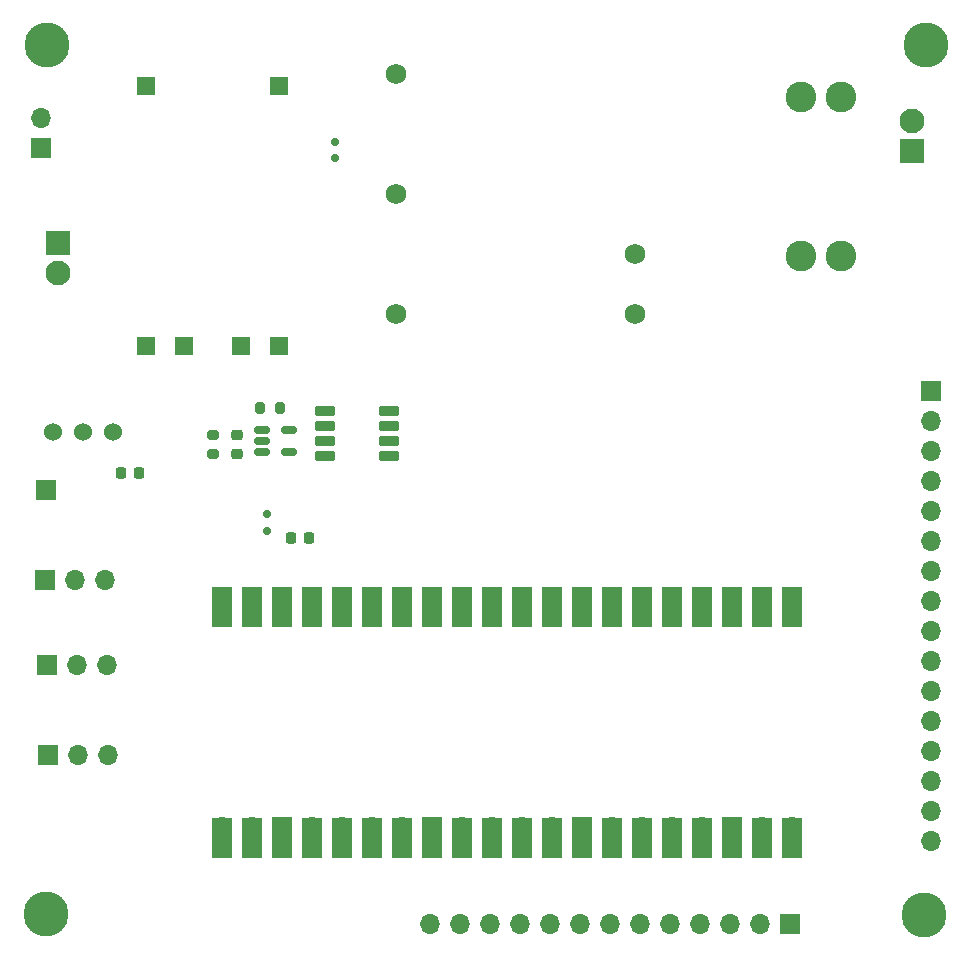
<source format=gbr>
%TF.GenerationSoftware,KiCad,Pcbnew,(7.0.0)*%
%TF.CreationDate,2023-11-14T13:40:17+01:00*%
%TF.ProjectId,PCB-light-challenge,5043422d-6c69-4676-9874-2d6368616c6c,rev?*%
%TF.SameCoordinates,Original*%
%TF.FileFunction,Soldermask,Top*%
%TF.FilePolarity,Negative*%
%FSLAX46Y46*%
G04 Gerber Fmt 4.6, Leading zero omitted, Abs format (unit mm)*
G04 Created by KiCad (PCBNEW (7.0.0)) date 2023-11-14 13:40:17*
%MOMM*%
%LPD*%
G01*
G04 APERTURE LIST*
G04 Aperture macros list*
%AMRoundRect*
0 Rectangle with rounded corners*
0 $1 Rounding radius*
0 $2 $3 $4 $5 $6 $7 $8 $9 X,Y pos of 4 corners*
0 Add a 4 corners polygon primitive as box body*
4,1,4,$2,$3,$4,$5,$6,$7,$8,$9,$2,$3,0*
0 Add four circle primitives for the rounded corners*
1,1,$1+$1,$2,$3*
1,1,$1+$1,$4,$5*
1,1,$1+$1,$6,$7*
1,1,$1+$1,$8,$9*
0 Add four rect primitives between the rounded corners*
20,1,$1+$1,$2,$3,$4,$5,0*
20,1,$1+$1,$4,$5,$6,$7,0*
20,1,$1+$1,$6,$7,$8,$9,0*
20,1,$1+$1,$8,$9,$2,$3,0*%
G04 Aperture macros list end*
%ADD10C,1.524000*%
%ADD11RoundRect,0.150000X-0.512500X-0.150000X0.512500X-0.150000X0.512500X0.150000X-0.512500X0.150000X0*%
%ADD12C,3.800000*%
%ADD13R,2.100000X2.100000*%
%ADD14C,2.100000*%
%ADD15C,2.604000*%
%ADD16RoundRect,0.225000X-0.250000X0.225000X-0.250000X-0.225000X0.250000X-0.225000X0.250000X0.225000X0*%
%ADD17R,1.700000X1.700000*%
%ADD18RoundRect,0.225000X-0.225000X-0.250000X0.225000X-0.250000X0.225000X0.250000X-0.225000X0.250000X0*%
%ADD19C,1.750000*%
%ADD20R,1.524000X1.524000*%
%ADD21O,1.700000X1.700000*%
%ADD22R,1.700000X3.500000*%
%ADD23RoundRect,0.150000X-0.200000X0.150000X-0.200000X-0.150000X0.200000X-0.150000X0.200000X0.150000X0*%
%ADD24RoundRect,0.200000X0.275000X-0.200000X0.275000X0.200000X-0.275000X0.200000X-0.275000X-0.200000X0*%
%ADD25RoundRect,0.150000X0.200000X-0.150000X0.200000X0.150000X-0.200000X0.150000X-0.200000X-0.150000X0*%
%ADD26RoundRect,0.200000X0.200000X0.275000X-0.200000X0.275000X-0.200000X-0.275000X0.200000X-0.275000X0*%
%ADD27RoundRect,0.125600X-0.741400X-0.271400X0.741400X-0.271400X0.741400X0.271400X-0.741400X0.271400X0*%
%ADD28RoundRect,0.125600X0.741400X0.271400X-0.741400X0.271400X-0.741400X-0.271400X0.741400X-0.271400X0*%
G04 APERTURE END LIST*
D10*
%TO.C,U4*%
X175750000Y-108560000D03*
X178290000Y-108560000D03*
X180830000Y-108560000D03*
%TD*%
D11*
%TO.C,U2*%
X193470000Y-108385000D03*
X193470000Y-109335000D03*
X193470000Y-110285000D03*
X195745000Y-110285000D03*
X195745000Y-108385000D03*
%TD*%
D12*
%TO.C,H1*%
X175240000Y-75830000D03*
%TD*%
D13*
%TO.C,230VAC1*%
X248499999Y-84839999D03*
D14*
X248500000Y-82300000D03*
%TD*%
D15*
%TO.C,F1*%
X239090000Y-93665000D03*
X242490000Y-93665000D03*
X239090000Y-80195000D03*
X242490000Y-80195000D03*
%TD*%
D16*
%TO.C,C1*%
X191300000Y-108875000D03*
X191300000Y-110425000D03*
%TD*%
D17*
%TO.C,3V3*%
X175149999Y-113479999D03*
%TD*%
D18*
%TO.C,C5*%
X195890000Y-117570000D03*
X197440000Y-117570000D03*
%TD*%
D12*
%TO.C,H3*%
X249670000Y-75840000D03*
%TD*%
D19*
%TO.C,PS1*%
X225060000Y-98640000D03*
X225060000Y-93560000D03*
X204760000Y-78320000D03*
X204760000Y-88480000D03*
X204760000Y-98640000D03*
%TD*%
D13*
%TO.C,Batterij1*%
X176199999Y-92589999D03*
D14*
X176200000Y-95130000D03*
%TD*%
D18*
%TO.C,C2*%
X181490000Y-112100000D03*
X183040000Y-112100000D03*
%TD*%
D20*
%TO.C,U1*%
X183629999Y-101309999D03*
X194879999Y-101309999D03*
X186879999Y-101309999D03*
X191629999Y-101309999D03*
X183629999Y-79309999D03*
X194879999Y-79309999D03*
%TD*%
D17*
%TO.C,PIR_sens1*%
X175209999Y-128319999D03*
D21*
X177749999Y-128319999D03*
X180289999Y-128319999D03*
%TD*%
D17*
%TO.C,J1*%
X250069999Y-105129999D03*
D21*
X250069999Y-107669999D03*
X250069999Y-110209999D03*
X250069999Y-112749999D03*
X250069999Y-115289999D03*
X250069999Y-117829999D03*
X250069999Y-120369999D03*
X250069999Y-122909999D03*
X250069999Y-125449999D03*
X250069999Y-127989999D03*
X250069999Y-130529999D03*
X250069999Y-133069999D03*
X250069999Y-135609999D03*
X250069999Y-138149999D03*
X250069999Y-140689999D03*
X250069999Y-143229999D03*
%TD*%
D12*
%TO.C,H4*%
X175120000Y-149420000D03*
%TD*%
D17*
%TO.C,J3*%
X238179999Y-150219999D03*
D21*
X235639999Y-150219999D03*
X233099999Y-150219999D03*
X230559999Y-150219999D03*
X228019999Y-150219999D03*
X225479999Y-150219999D03*
X222939999Y-150219999D03*
X220399999Y-150219999D03*
X217859999Y-150219999D03*
X215319999Y-150219999D03*
X212779999Y-150219999D03*
X210239999Y-150219999D03*
X207699999Y-150219999D03*
%TD*%
D12*
%TO.C,H2*%
X249530000Y-149460000D03*
%TD*%
D21*
%TO.C,U-PICO1*%
X190079999Y-142049999D03*
D22*
X190079999Y-142949999D03*
D21*
X192619999Y-142049999D03*
D22*
X192619999Y-142949999D03*
D17*
X195159999Y-142049999D03*
D22*
X195159999Y-142949999D03*
D21*
X197699999Y-142049999D03*
D22*
X197699999Y-142949999D03*
D21*
X200239999Y-142049999D03*
D22*
X200239999Y-142949999D03*
D21*
X202779999Y-142049999D03*
D22*
X202779999Y-142949999D03*
D21*
X205319999Y-142049999D03*
D22*
X205319999Y-142949999D03*
D17*
X207859999Y-142049999D03*
D22*
X207859999Y-142949999D03*
D21*
X210399999Y-142049999D03*
D22*
X210399999Y-142949999D03*
D21*
X212939999Y-142049999D03*
D22*
X212939999Y-142949999D03*
D21*
X215479999Y-142049999D03*
D22*
X215479999Y-142949999D03*
D21*
X218019999Y-142049999D03*
D22*
X218019999Y-142949999D03*
D17*
X220559999Y-142049999D03*
D22*
X220559999Y-142949999D03*
D21*
X223099999Y-142049999D03*
D22*
X223099999Y-142949999D03*
D21*
X225639999Y-142049999D03*
D22*
X225639999Y-142949999D03*
D21*
X228179999Y-142049999D03*
D22*
X228179999Y-142949999D03*
D21*
X230719999Y-142049999D03*
D22*
X230719999Y-142949999D03*
D17*
X233259999Y-142049999D03*
D22*
X233259999Y-142949999D03*
D21*
X235799999Y-142049999D03*
D22*
X235799999Y-142949999D03*
D21*
X238339999Y-142049999D03*
D22*
X238339999Y-142949999D03*
D21*
X238339999Y-124269999D03*
D22*
X238339999Y-123369999D03*
D21*
X235799999Y-124269999D03*
D22*
X235799999Y-123369999D03*
D17*
X233259999Y-124269999D03*
D22*
X233259999Y-123369999D03*
D21*
X230719999Y-124269999D03*
D22*
X230719999Y-123369999D03*
D21*
X228179999Y-124269999D03*
D22*
X228179999Y-123369999D03*
D21*
X225639999Y-124269999D03*
D22*
X225639999Y-123369999D03*
D21*
X223099999Y-124269999D03*
D22*
X223099999Y-123369999D03*
D17*
X220559999Y-124269999D03*
D22*
X220559999Y-123369999D03*
D21*
X218019999Y-124269999D03*
D22*
X218019999Y-123369999D03*
D21*
X215479999Y-124269999D03*
D22*
X215479999Y-123369999D03*
D21*
X212939999Y-124269999D03*
D22*
X212939999Y-123369999D03*
D21*
X210399999Y-124269999D03*
D22*
X210399999Y-123369999D03*
D17*
X207859999Y-124269999D03*
D22*
X207859999Y-123369999D03*
D21*
X205319999Y-124269999D03*
D22*
X205319999Y-123369999D03*
D21*
X202779999Y-124269999D03*
D22*
X202779999Y-123369999D03*
D21*
X200239999Y-124269999D03*
D22*
X200239999Y-123369999D03*
D21*
X197699999Y-124269999D03*
D22*
X197699999Y-123369999D03*
D17*
X195159999Y-124269999D03*
D22*
X195159999Y-123369999D03*
D21*
X192619999Y-124269999D03*
D22*
X192619999Y-123369999D03*
D21*
X190079999Y-124269999D03*
D22*
X190079999Y-123369999D03*
%TD*%
D17*
%TO.C,5V1*%
X174719999Y-84549999D03*
D21*
X174719999Y-82009999D03*
%TD*%
D23*
%TO.C,D1*%
X199600000Y-84000000D03*
X199600000Y-85400000D03*
%TD*%
D17*
%TO.C,Shock_sens1*%
X175359999Y-135929999D03*
D21*
X177899999Y-135929999D03*
X180439999Y-135929999D03*
%TD*%
D17*
%TO.C,PIR_sens2*%
X175099999Y-121109999D03*
D21*
X177639999Y-121109999D03*
X180179999Y-121109999D03*
%TD*%
D24*
%TO.C,R1*%
X189290000Y-110475000D03*
X189290000Y-108825000D03*
%TD*%
D25*
%TO.C,D2*%
X193900000Y-115570000D03*
X193900000Y-116970000D03*
%TD*%
D26*
%TO.C,R2*%
X194930000Y-106575000D03*
X193280000Y-106575000D03*
%TD*%
D27*
%TO.C,U3*%
X198740000Y-106850000D03*
X198740000Y-108120000D03*
X198740000Y-109390000D03*
X198740000Y-110660000D03*
D28*
X204220000Y-110660000D03*
X204220000Y-109390000D03*
X204220000Y-108120000D03*
X204220000Y-106850000D03*
%TD*%
M02*

</source>
